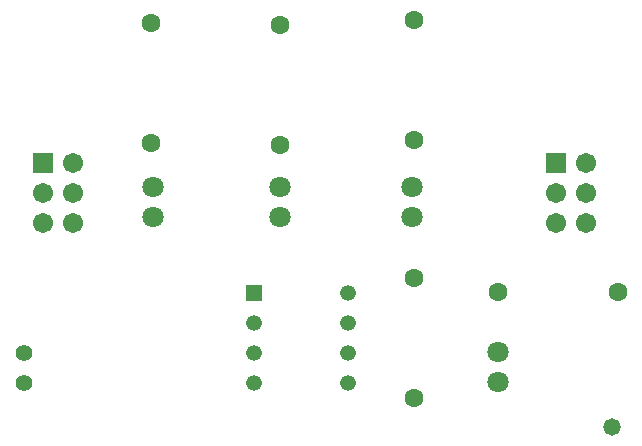
<source format=gts>
%FSTAX23Y23*%
%MOIN*%
%SFA1B1*%

%IPPOS*%
%ADD15C,0.067055*%
%ADD16R,0.067055X0.067055*%
%ADD17C,0.063118*%
%ADD18C,0.070992*%
%ADD19C,0.055638*%
%ADD20R,0.052488X0.052488*%
%ADD21C,0.052488*%
%ADD22C,0.058000*%
%LNnightlight-1*%
%LPD*%
G54D15*
X01985Y00785D03*
X01885D03*
X01985Y00885D03*
X01885D03*
X01985Y00985D03*
X00275D03*
X00175Y00885D03*
X00275D03*
X00175Y00785D03*
X00275D03*
G54D16*
X01885Y00985D03*
X00175D03*
G54D17*
X00965Y01445D03*
Y01045D03*
X0141Y0146D03*
Y0106D03*
X00535Y0145D03*
Y0105D03*
X0141Y002D03*
Y006D03*
X0169Y00555D03*
X0209D03*
G54D18*
X01405Y00905D03*
Y00805D03*
X0054Y00905D03*
Y00805D03*
X00965Y00905D03*
Y00805D03*
X0169Y00255D03*
Y00355D03*
G54D19*
X0011Y0035D03*
Y0025D03*
G54D20*
X00878Y0055D03*
G54D21*
X00878Y0045D03*
Y0035D03*
Y0025D03*
X01191D03*
Y0035D03*
Y0045D03*
Y0055D03*
G54D22*
X0207Y00105D03*
M02*
</source>
